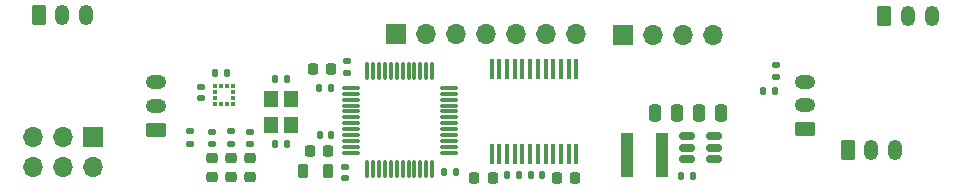
<source format=gts>
G04 #@! TF.GenerationSoftware,KiCad,Pcbnew,7.0.2-0*
G04 #@! TF.CreationDate,2024-01-02T14:26:46-05:00*
G04 #@! TF.ProjectId,GTV,4754562e-6b69-4636-9164-5f7063625858,rev?*
G04 #@! TF.SameCoordinates,Original*
G04 #@! TF.FileFunction,Soldermask,Top*
G04 #@! TF.FilePolarity,Negative*
%FSLAX46Y46*%
G04 Gerber Fmt 4.6, Leading zero omitted, Abs format (unit mm)*
G04 Created by KiCad (PCBNEW 7.0.2-0) date 2024-01-02 14:26:46*
%MOMM*%
%LPD*%
G01*
G04 APERTURE LIST*
G04 Aperture macros list*
%AMRoundRect*
0 Rectangle with rounded corners*
0 $1 Rounding radius*
0 $2 $3 $4 $5 $6 $7 $8 $9 X,Y pos of 4 corners*
0 Add a 4 corners polygon primitive as box body*
4,1,4,$2,$3,$4,$5,$6,$7,$8,$9,$2,$3,0*
0 Add four circle primitives for the rounded corners*
1,1,$1+$1,$2,$3*
1,1,$1+$1,$4,$5*
1,1,$1+$1,$6,$7*
1,1,$1+$1,$8,$9*
0 Add four rect primitives between the rounded corners*
20,1,$1+$1,$2,$3,$4,$5,0*
20,1,$1+$1,$4,$5,$6,$7,0*
20,1,$1+$1,$6,$7,$8,$9,0*
20,1,$1+$1,$8,$9,$2,$3,0*%
G04 Aperture macros list end*
%ADD10R,1.700000X1.700000*%
%ADD11O,1.700000X1.700000*%
%ADD12RoundRect,0.140000X-0.140000X-0.170000X0.140000X-0.170000X0.140000X0.170000X-0.140000X0.170000X0*%
%ADD13RoundRect,0.135000X0.185000X-0.135000X0.185000X0.135000X-0.185000X0.135000X-0.185000X-0.135000X0*%
%ADD14R,1.200000X1.400000*%
%ADD15RoundRect,0.225000X0.225000X0.250000X-0.225000X0.250000X-0.225000X-0.250000X0.225000X-0.250000X0*%
%ADD16RoundRect,0.150000X0.512500X0.150000X-0.512500X0.150000X-0.512500X-0.150000X0.512500X-0.150000X0*%
%ADD17RoundRect,0.250000X-0.350000X-0.625000X0.350000X-0.625000X0.350000X0.625000X-0.350000X0.625000X0*%
%ADD18O,1.200000X1.750000*%
%ADD19RoundRect,0.250000X-0.250000X-0.475000X0.250000X-0.475000X0.250000X0.475000X-0.250000X0.475000X0*%
%ADD20RoundRect,0.075000X-0.662500X-0.075000X0.662500X-0.075000X0.662500X0.075000X-0.662500X0.075000X0*%
%ADD21RoundRect,0.075000X-0.075000X-0.662500X0.075000X-0.662500X0.075000X0.662500X-0.075000X0.662500X0*%
%ADD22RoundRect,0.140000X0.140000X0.170000X-0.140000X0.170000X-0.140000X-0.170000X0.140000X-0.170000X0*%
%ADD23R,0.450000X1.750000*%
%ADD24RoundRect,0.140000X0.170000X-0.140000X0.170000X0.140000X-0.170000X0.140000X-0.170000X-0.140000X0*%
%ADD25RoundRect,0.250000X0.250000X0.475000X-0.250000X0.475000X-0.250000X-0.475000X0.250000X-0.475000X0*%
%ADD26RoundRect,0.135000X-0.185000X0.135000X-0.185000X-0.135000X0.185000X-0.135000X0.185000X0.135000X0*%
%ADD27RoundRect,0.218750X0.256250X-0.218750X0.256250X0.218750X-0.256250X0.218750X-0.256250X-0.218750X0*%
%ADD28RoundRect,0.218750X0.218750X0.381250X-0.218750X0.381250X-0.218750X-0.381250X0.218750X-0.381250X0*%
%ADD29R,1.100000X3.700000*%
%ADD30R,0.350000X0.375000*%
%ADD31R,0.375000X0.350000*%
%ADD32RoundRect,0.135000X-0.135000X-0.185000X0.135000X-0.185000X0.135000X0.185000X-0.135000X0.185000X0*%
%ADD33RoundRect,0.225000X-0.225000X-0.250000X0.225000X-0.250000X0.225000X0.250000X-0.225000X0.250000X0*%
%ADD34RoundRect,0.140000X-0.170000X0.140000X-0.170000X-0.140000X0.170000X-0.140000X0.170000X0.140000X0*%
%ADD35RoundRect,0.250000X0.625000X-0.350000X0.625000X0.350000X-0.625000X0.350000X-0.625000X-0.350000X0*%
%ADD36O,1.750000X1.200000*%
G04 APERTURE END LIST*
D10*
X134700000Y-114860000D03*
D11*
X134700000Y-117400000D03*
X132160000Y-114860000D03*
X132160000Y-117400000D03*
X129620000Y-114860000D03*
X129620000Y-117400000D03*
D12*
X164450000Y-117832500D03*
X165410000Y-117832500D03*
D13*
X142920000Y-115410000D03*
X142920000Y-114390000D03*
D14*
X149750000Y-111600000D03*
X149750000Y-113800000D03*
X151450000Y-113800000D03*
X151450000Y-111600000D03*
D15*
X154845000Y-109112500D03*
X153295000Y-109112500D03*
D16*
X187245000Y-116710000D03*
X187245000Y-115760000D03*
X187245000Y-114810000D03*
X184970000Y-114810000D03*
X184970000Y-115760000D03*
X184970000Y-116710000D03*
D17*
X201700000Y-104600000D03*
D18*
X203700000Y-104600000D03*
X205700000Y-104600000D03*
D10*
X160390000Y-106110000D03*
D11*
X162930000Y-106110000D03*
X165470000Y-106110000D03*
X168010000Y-106110000D03*
X170550000Y-106110000D03*
X173090000Y-106110000D03*
X175630000Y-106110000D03*
D19*
X182267500Y-112850000D03*
X184167500Y-112850000D03*
D20*
X156507500Y-110692500D03*
X156507500Y-111192500D03*
X156507500Y-111692500D03*
X156507500Y-112192500D03*
X156507500Y-112692500D03*
X156507500Y-113192500D03*
X156507500Y-113692500D03*
X156507500Y-114192500D03*
X156507500Y-114692500D03*
X156507500Y-115192500D03*
X156507500Y-115692500D03*
X156507500Y-116192500D03*
D21*
X157920000Y-117605000D03*
X158420000Y-117605000D03*
X158920000Y-117605000D03*
X159420000Y-117605000D03*
X159920000Y-117605000D03*
X160420000Y-117605000D03*
X160920000Y-117605000D03*
X161420000Y-117605000D03*
X161920000Y-117605000D03*
X162420000Y-117605000D03*
X162920000Y-117605000D03*
X163420000Y-117605000D03*
D20*
X164832500Y-116192500D03*
X164832500Y-115692500D03*
X164832500Y-115192500D03*
X164832500Y-114692500D03*
X164832500Y-114192500D03*
X164832500Y-113692500D03*
X164832500Y-113192500D03*
X164832500Y-112692500D03*
X164832500Y-112192500D03*
X164832500Y-111692500D03*
X164832500Y-111192500D03*
X164832500Y-110692500D03*
D21*
X163420000Y-109280000D03*
X162920000Y-109280000D03*
X162420000Y-109280000D03*
X161920000Y-109280000D03*
X161420000Y-109280000D03*
X160920000Y-109280000D03*
X160420000Y-109280000D03*
X159920000Y-109280000D03*
X159420000Y-109280000D03*
X158920000Y-109280000D03*
X158420000Y-109280000D03*
X157920000Y-109280000D03*
D22*
X151090000Y-115440000D03*
X150130000Y-115440000D03*
D23*
X175617500Y-109092500D03*
X174967500Y-109092500D03*
X174317500Y-109092500D03*
X173667500Y-109092500D03*
X173017500Y-109092500D03*
X172367500Y-109092500D03*
X171717500Y-109092500D03*
X171067500Y-109092500D03*
X170417500Y-109092500D03*
X169767500Y-109092500D03*
X169117500Y-109092500D03*
X168467500Y-109092500D03*
X168467500Y-116292500D03*
X169117500Y-116292500D03*
X169767500Y-116292500D03*
X170417500Y-116292500D03*
X171067500Y-116292500D03*
X171717500Y-116292500D03*
X172367500Y-116292500D03*
X173017500Y-116292500D03*
X173667500Y-116292500D03*
X174317500Y-116292500D03*
X174967500Y-116292500D03*
X175617500Y-116292500D03*
D12*
X145070000Y-109460000D03*
X146030000Y-109460000D03*
D24*
X143880000Y-111570000D03*
X143880000Y-110610000D03*
D25*
X187917500Y-112850000D03*
X186017500Y-112850000D03*
D24*
X156230000Y-109402500D03*
X156230000Y-108442500D03*
D15*
X168535000Y-118310000D03*
X166985000Y-118310000D03*
D10*
X179570000Y-106190000D03*
D11*
X182110000Y-106190000D03*
X184650000Y-106190000D03*
X187190000Y-106190000D03*
D17*
X130100000Y-104500000D03*
D18*
X132100000Y-104500000D03*
X134100000Y-104500000D03*
D26*
X146370000Y-114390000D03*
X146370000Y-115410000D03*
D12*
X150130000Y-109960000D03*
X151090000Y-109960000D03*
D15*
X154602500Y-116027500D03*
X153052500Y-116027500D03*
D12*
X184527500Y-118160000D03*
X185487500Y-118160000D03*
D22*
X172740000Y-118040000D03*
X171780000Y-118040000D03*
D27*
X144750000Y-118217500D03*
X144750000Y-116642500D03*
D22*
X154867500Y-114687500D03*
X153907500Y-114687500D03*
D28*
X154620000Y-117777500D03*
X152495000Y-117777500D03*
D27*
X146370000Y-118215000D03*
X146370000Y-116640000D03*
X147990000Y-118215000D03*
X147990000Y-116640000D03*
D26*
X147990000Y-114400000D03*
X147990000Y-115420000D03*
D29*
X182897500Y-116400000D03*
X179897500Y-116400000D03*
D30*
X146560000Y-110547500D03*
X146060000Y-110547500D03*
X145560000Y-110547500D03*
X145060000Y-110547500D03*
D31*
X145047500Y-111060000D03*
X145047500Y-111560000D03*
D30*
X145060000Y-112072500D03*
X145560000Y-112072500D03*
X146060000Y-112072500D03*
X146560000Y-112072500D03*
D31*
X146572500Y-111560000D03*
X146572500Y-111060000D03*
D22*
X154827500Y-110697500D03*
X153867500Y-110697500D03*
D32*
X191390000Y-111000000D03*
X192410000Y-111000000D03*
D26*
X144750000Y-114400000D03*
X144750000Y-115420000D03*
D13*
X192500000Y-109810000D03*
X192500000Y-108790000D03*
D12*
X169790000Y-118040000D03*
X170750000Y-118040000D03*
D17*
X198590000Y-115960000D03*
D18*
X200590000Y-115960000D03*
X202590000Y-115960000D03*
D33*
X174005000Y-118320000D03*
X175555000Y-118320000D03*
D34*
X156050000Y-117390000D03*
X156050000Y-118350000D03*
D35*
X195010000Y-114160000D03*
D36*
X195010000Y-112160000D03*
X195010000Y-110160000D03*
D35*
X140080000Y-114240000D03*
D36*
X140080000Y-112240000D03*
X140080000Y-110240000D03*
M02*

</source>
